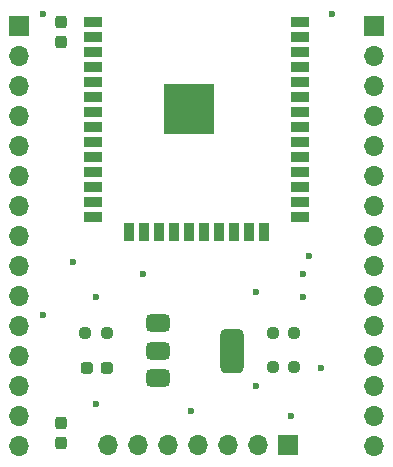
<source format=gts>
G04 #@! TF.GenerationSoftware,KiCad,Pcbnew,8.0.0*
G04 #@! TF.CreationDate,2024-02-25T01:58:56+01:00*
G04 #@! TF.ProjectId,ESP32j1mmb,45535033-326a-4316-9d6d-622e6b696361,rev?*
G04 #@! TF.SameCoordinates,Original*
G04 #@! TF.FileFunction,Soldermask,Top*
G04 #@! TF.FilePolarity,Negative*
%FSLAX46Y46*%
G04 Gerber Fmt 4.6, Leading zero omitted, Abs format (unit mm)*
G04 Created by KiCad (PCBNEW 8.0.0) date 2024-02-25 01:58:56*
%MOMM*%
%LPD*%
G01*
G04 APERTURE LIST*
G04 Aperture macros list*
%AMRoundRect*
0 Rectangle with rounded corners*
0 $1 Rounding radius*
0 $2 $3 $4 $5 $6 $7 $8 $9 X,Y pos of 4 corners*
0 Add a 4 corners polygon primitive as box body*
4,1,4,$2,$3,$4,$5,$6,$7,$8,$9,$2,$3,0*
0 Add four circle primitives for the rounded corners*
1,1,$1+$1,$2,$3*
1,1,$1+$1,$4,$5*
1,1,$1+$1,$6,$7*
1,1,$1+$1,$8,$9*
0 Add four rect primitives between the rounded corners*
20,1,$1+$1,$2,$3,$4,$5,0*
20,1,$1+$1,$4,$5,$6,$7,0*
20,1,$1+$1,$6,$7,$8,$9,0*
20,1,$1+$1,$8,$9,$2,$3,0*%
G04 Aperture macros list end*
%ADD10RoundRect,0.237500X0.287500X0.237500X-0.287500X0.237500X-0.287500X-0.237500X0.287500X-0.237500X0*%
%ADD11RoundRect,0.237500X-0.250000X-0.237500X0.250000X-0.237500X0.250000X0.237500X-0.250000X0.237500X0*%
%ADD12R,1.700000X1.700000*%
%ADD13O,1.700000X1.700000*%
%ADD14RoundRect,0.375000X-0.625000X-0.375000X0.625000X-0.375000X0.625000X0.375000X-0.625000X0.375000X0*%
%ADD15RoundRect,0.500000X-0.500000X-1.400000X0.500000X-1.400000X0.500000X1.400000X-0.500000X1.400000X0*%
%ADD16RoundRect,0.237500X0.237500X-0.300000X0.237500X0.300000X-0.237500X0.300000X-0.237500X-0.300000X0*%
%ADD17R,1.500000X0.900000*%
%ADD18R,0.900000X1.500000*%
%ADD19C,0.600000*%
%ADD20C,1.200000*%
%ADD21R,4.200000X4.200000*%
G04 APERTURE END LIST*
D10*
X82455000Y-129000000D03*
X80705000Y-129000000D03*
D11*
X80587500Y-126000000D03*
X82412500Y-126000000D03*
D12*
X105000000Y-100000000D03*
D13*
X105000000Y-102540000D03*
X105000000Y-105080000D03*
X105000000Y-107620000D03*
X105000000Y-110160000D03*
X105000000Y-112700000D03*
X105000000Y-115240000D03*
X105000000Y-117780000D03*
X105000000Y-120320000D03*
X105000000Y-122860000D03*
X105000000Y-125400000D03*
X105000000Y-127940000D03*
X105000000Y-130480000D03*
X105000000Y-133020000D03*
X105000000Y-135560000D03*
D12*
X75000000Y-100000000D03*
D13*
X75000000Y-102540000D03*
X75000000Y-105080000D03*
X75000000Y-107620000D03*
X75000000Y-110160000D03*
X75000000Y-112700000D03*
X75000000Y-115240000D03*
X75000000Y-117780000D03*
X75000000Y-120320000D03*
X75000000Y-122860000D03*
X75000000Y-125400000D03*
X75000000Y-127940000D03*
X75000000Y-130480000D03*
X75000000Y-133020000D03*
X75000000Y-135560000D03*
D14*
X86700000Y-125200000D03*
X86700000Y-127500000D03*
D15*
X93000000Y-127500000D03*
D14*
X86700000Y-129800000D03*
D11*
X96437500Y-126000000D03*
X98262500Y-126000000D03*
X96437500Y-128912500D03*
X98262500Y-128912500D03*
D16*
X78500000Y-101362500D03*
X78500000Y-99637500D03*
X78500000Y-135362500D03*
X78500000Y-133637500D03*
D12*
X97700000Y-135500000D03*
D13*
X95160000Y-135500000D03*
X92620000Y-135500000D03*
X90080000Y-135500000D03*
X87540000Y-135500000D03*
X85000000Y-135500000D03*
X82460000Y-135500000D03*
D17*
X81250000Y-99690000D03*
X81250000Y-100960000D03*
X81250000Y-102230000D03*
X81250000Y-103500000D03*
X81250000Y-104770000D03*
X81250000Y-106040000D03*
X81250000Y-107310000D03*
X81250000Y-108580000D03*
X81250000Y-109850000D03*
X81250000Y-111120000D03*
X81250000Y-112390000D03*
X81250000Y-113660000D03*
X81250000Y-114930000D03*
X81250000Y-116200000D03*
D18*
X84290000Y-117450000D03*
X85560000Y-117450000D03*
X86830000Y-117450000D03*
X88100000Y-117450000D03*
X89370000Y-117450000D03*
X90640000Y-117450000D03*
X91910000Y-117450000D03*
X93180000Y-117450000D03*
X94450000Y-117450000D03*
X95720000Y-117450000D03*
D17*
X98750000Y-116200000D03*
X98750000Y-114930000D03*
X98750000Y-113660000D03*
X98750000Y-112390000D03*
X98750000Y-111120000D03*
X98750000Y-109850000D03*
X98750000Y-108580000D03*
X98750000Y-107310000D03*
X98750000Y-106040000D03*
X98750000Y-104770000D03*
X98750000Y-103500000D03*
X98750000Y-102230000D03*
X98750000Y-100960000D03*
X98750000Y-99690000D03*
D19*
X87795000Y-106267500D03*
X87795000Y-107792500D03*
X88557500Y-105505000D03*
D20*
X88557500Y-107030000D03*
D19*
X88557500Y-108555000D03*
X89320000Y-106267500D03*
D21*
X89320000Y-107030000D03*
D19*
X89320000Y-107792500D03*
X90082500Y-105505000D03*
D20*
X90082500Y-107030000D03*
D19*
X90082500Y-108555000D03*
X90845000Y-106267500D03*
X90845000Y-107792500D03*
X98000000Y-133000000D03*
X81500000Y-132000000D03*
X77000000Y-124500000D03*
X79500000Y-120000000D03*
X77000000Y-99000000D03*
X101500000Y-99000000D03*
X99500000Y-119500000D03*
X100500000Y-129000000D03*
X95000000Y-122500000D03*
X95000000Y-130500000D03*
X89500000Y-132650000D03*
X99000012Y-122959606D03*
X99000000Y-121000000D03*
X85500000Y-121000000D03*
X81500000Y-122999994D03*
M02*

</source>
